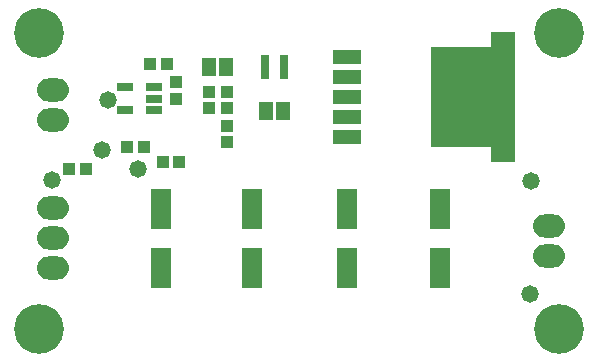
<source format=gts>
G04*
G04 #@! TF.GenerationSoftware,Altium Limited,Altium Designer,23.3.1 (30)*
G04*
G04 Layer_Color=8388736*
%FSLAX25Y25*%
%MOIN*%
G70*
G04*
G04 #@! TF.SameCoordinates,276AF690-C454-4130-B770-83727FADBF24*
G04*
G04*
G04 #@! TF.FilePolarity,Negative*
G04*
G01*
G75*
%ADD23R,0.03950X0.04343*%
%ADD24R,0.07099X0.13398*%
%ADD25R,0.04343X0.03950*%
%ADD26R,0.03162X0.07887*%
%ADD27R,0.05131X0.06312*%
%ADD28R,0.05328X0.03162*%
%ADD29R,0.20800X0.33595*%
%ADD30R,0.08320X0.43320*%
%ADD31R,0.09304X0.05013*%
%ADD32O,0.10642X0.07690*%
%ADD33C,0.16548*%
%ADD34C,0.05800*%
D23*
X358012Y313000D02*
D03*
X352500D02*
D03*
X371988Y320500D02*
D03*
X377500D02*
D03*
X383744Y315372D02*
D03*
X389256D02*
D03*
X385000Y348000D02*
D03*
X379488D02*
D03*
D24*
X413500Y280157D02*
D03*
Y299843D02*
D03*
X445000Y280157D02*
D03*
Y299843D02*
D03*
X476000Y280157D02*
D03*
Y299843D02*
D03*
X383000Y280157D02*
D03*
Y299843D02*
D03*
D25*
X399000Y333244D02*
D03*
Y338756D02*
D03*
X388000Y342000D02*
D03*
Y336488D02*
D03*
X405000Y327500D02*
D03*
Y321988D02*
D03*
X405000Y338756D02*
D03*
Y333244D02*
D03*
D26*
X424000Y347000D02*
D03*
X417701D02*
D03*
D27*
X399047Y347000D02*
D03*
X404953D02*
D03*
X423953Y332500D02*
D03*
X418047D02*
D03*
D28*
X371079Y332760D02*
D03*
Y340240D02*
D03*
X380921D02*
D03*
Y336500D02*
D03*
Y332760D02*
D03*
D29*
X483500Y337000D02*
D03*
D30*
X497260D02*
D03*
D31*
X445232Y323614D02*
D03*
Y330307D02*
D03*
Y337000D02*
D03*
Y343693D02*
D03*
Y350386D02*
D03*
D32*
X347000Y339500D02*
D03*
Y329500D02*
D03*
Y300000D02*
D03*
Y290000D02*
D03*
Y280000D02*
D03*
X512500Y284000D02*
D03*
Y294000D02*
D03*
D33*
X342520Y358268D02*
D03*
X515748D02*
D03*
X342520Y259842D02*
D03*
X515748D02*
D03*
D34*
X375500Y313000D02*
D03*
X363500Y319500D02*
D03*
X506500Y309000D02*
D03*
X365500Y336000D02*
D03*
X506000Y271500D02*
D03*
X346750Y309250D02*
D03*
M02*

</source>
